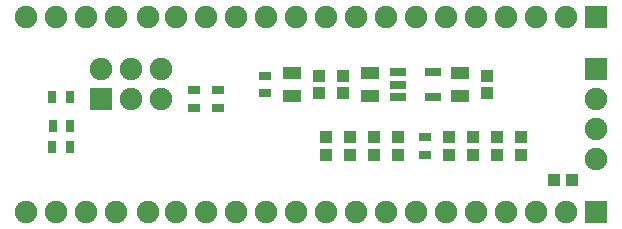
<source format=gbr>
%TF.GenerationSoftware,Altium Limited,Altium Designer,21.4.1 (30)*%
G04 Layer_Color=16711935*
%FSLAX45Y45*%
%MOMM*%
%TF.SameCoordinates,7FD8979F-C22B-4491-80EA-6B84785AAA14*%
%TF.FilePolarity,Negative*%
%TF.FileFunction,Soldermask,Bot*%
%TF.Part,Single*%
G01*
G75*
%TA.AperFunction,SMDPad,CuDef*%
%ADD32R,1.00000X1.00000*%
%ADD33R,1.40000X0.76000*%
%ADD34R,1.00000X1.00000*%
%ADD35R,1.10000X0.80000*%
%ADD36R,0.80000X1.10000*%
%ADD37R,1.50000X1.10000*%
%TA.AperFunction,ComponentPad*%
%ADD38C,1.90000*%
%ADD39R,1.90000X1.90000*%
%ADD40R,1.90000X1.90000*%
D32*
X4875600Y584200D02*
D03*
X4725600D02*
D03*
D33*
X3400920Y1394460D02*
D03*
Y1498460D02*
D03*
X3700920Y1290460D02*
D03*
Y1498460D02*
D03*
X3400920Y1290460D02*
D03*
D34*
X2738120Y1469460D02*
D03*
Y1319460D02*
D03*
X2941320Y1319460D02*
D03*
X4442460Y796220D02*
D03*
X4239260D02*
D03*
X4036060D02*
D03*
X3832860D02*
D03*
X3401060D02*
D03*
X3197860D02*
D03*
X2994660D02*
D03*
X2791460D02*
D03*
X4160520Y1469460D02*
D03*
X2941320D02*
D03*
X3401060Y946220D02*
D03*
X3197860D02*
D03*
X2994660D02*
D03*
X2791460D02*
D03*
X4160520Y1319460D02*
D03*
X3832860Y946220D02*
D03*
X4036060D02*
D03*
X4239260D02*
D03*
X4442460D02*
D03*
D35*
X1676400Y1345000D02*
D03*
X1879600Y1345000D02*
D03*
X2280920Y1319460D02*
D03*
X1676400Y1195000D02*
D03*
X1879600Y1195000D02*
D03*
X2280920Y1469460D02*
D03*
X3629660Y796220D02*
D03*
Y946220D02*
D03*
D36*
X476180Y1292860D02*
D03*
X478720Y1046480D02*
D03*
X626180Y1292860D02*
D03*
Y863600D02*
D03*
X476180D02*
D03*
X628720Y1046480D02*
D03*
D37*
X3169920Y1489460D02*
D03*
Y1299460D02*
D03*
X3931920Y1489460D02*
D03*
Y1299460D02*
D03*
X2509520Y1489460D02*
D03*
Y1299460D02*
D03*
D38*
X889000Y1524000D02*
D03*
X1397000Y1270000D02*
D03*
Y1524000D02*
D03*
X4826000Y1968500D02*
D03*
X4572000D02*
D03*
X4318000D02*
D03*
X4064000D02*
D03*
X3810000D02*
D03*
X3556000D02*
D03*
X3302000D02*
D03*
X3048000D02*
D03*
X2794000D02*
D03*
X2540000D02*
D03*
X2286000D02*
D03*
X2032000D02*
D03*
X1778000D02*
D03*
X1524000D02*
D03*
X1285240Y1963420D02*
D03*
X1016000Y1968500D02*
D03*
X762000D02*
D03*
X508000D02*
D03*
X254000D02*
D03*
X4826000Y317500D02*
D03*
X4572000D02*
D03*
X4318000D02*
D03*
X4064000D02*
D03*
X3810000D02*
D03*
X3556000D02*
D03*
X3302000D02*
D03*
X3048000D02*
D03*
X2794000D02*
D03*
X2540000D02*
D03*
X2286000D02*
D03*
X2032000D02*
D03*
X1778000D02*
D03*
X1524000D02*
D03*
X1285240Y312420D02*
D03*
X1016000Y317500D02*
D03*
X762000D02*
D03*
X508000D02*
D03*
X254000D02*
D03*
X5080000Y1270000D02*
D03*
Y1016000D02*
D03*
Y762000D02*
D03*
X1143000Y1270000D02*
D03*
Y1524000D02*
D03*
D39*
X5080000Y1968500D02*
D03*
Y317500D02*
D03*
X889000Y1270000D02*
D03*
D40*
X5080000Y1524000D02*
D03*
%TF.MD5,8e8d3bb9cc2be794522dae7a1bc1a768*%
M02*

</source>
